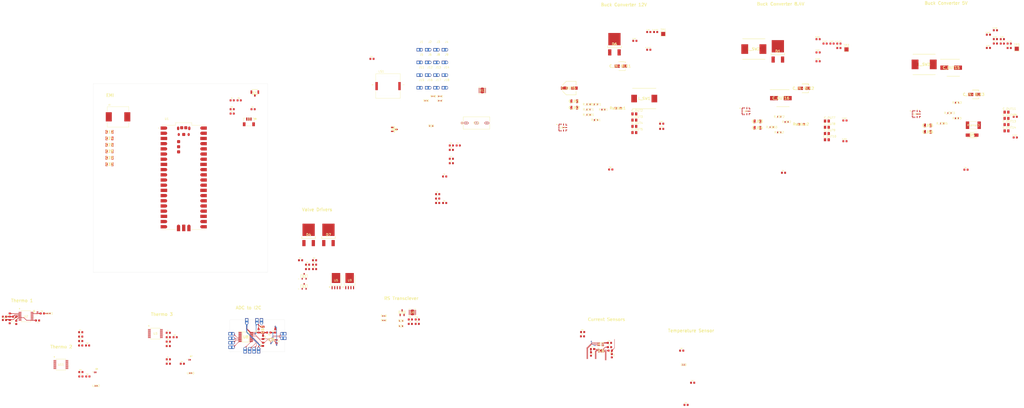
<source format=kicad_pcb>
(kicad_pcb (version 20241229) (generator "pcbnew") (generator_version "9.0")
  (layers (0 "F.Cu" signal) (2 "B.Cu" signal) (13 "F.Paste" user) (15 "B.Paste" user) (5 "F.SilkS" user "F.Silkscreen") (7 "B.SilkS" user "B.Silkscreen") (1 "F.Mask" user) (3 "B.Mask" user) (25 "Edge.Cuts" user))
  (net 0 "")
  (net 1 "Net-(U2-T+)")
  (net 2 "Net-(U2-T-)")
  (net 3 "GND")
  (net 5 "+3.3V")
  (net 6 "Net-(U3-T-)")
  (net 8 "Net-(U3-T+)")
  (net 9 "VBAT")
  (net 11 "Net-(U11-T+)")
  (net 12 "Net-(U11-T-)")
  (net 13 "VDC")
  (net 16 "GNDA")
  (net 18 "+5V")
  (net 20 "Net-(IC8-EN)")
  (net 21 "/Sensor Unit/ADC5 Sense")
  (net 24 "/Sensor Unit/ADC6 Sense")
  (net 25 "/Sensor Unit/ADC7 Sense")
  (net 27 "/Sensor Unit/ADC8 Sense")
  (net 29 "/Sensor Unit/ADC1 Sense")
  (net 31 "/Sensor Unit/ADC2 Sense")
  (net 32 "/Sensor Unit/ADC3 Sense")
  (net 33 "/Sensor Unit/ADC4 Sense")
  (net 34 "/Sensor Unit/Temp_Sense")
  (net 35 "Net-(U1-~{RUN})")
  (net 36 "Net-(U4-BIAS)")
  (net 38 "Net-(U13-BIAS)")
  (net 39 "Net-(U14-SW)")
  (net 40 "Net-(U14-CBOOT)")
  (net 41 "Net-(U4-CBOOT)")
  (net 42 "Net-(U4-SW)")
  (net 43 "Net-(U13-CBOOT)")
  (net 44 "Net-(U13-SW)")
  (net 45 "Net-(C_FF1-Pad1)")
  (net 46 "Net-(U13-FB)")
  (net 47 "VBUS")
  (net 48 "Net-(C_OUT1-Pad1)")
  (net 49 "Net-(C_OUT10-Pad1)")
  (net 50 "Net-(D5-A)")
  (net 51 "/Power Unit/DC.DC1 VCC")
  (net 52 "/Power Unit/DC.DC2 VCC")
  (net 53 "/Power Unit/DC.DC3 VCC")
  (net 54 "/Power Unit/V2 DP")
  (net 55 "+12V")
  (net 56 "/Purge Solenoid Valve")
  (net 57 "/Power Unit/V3 DP")
  (net 58 "/Power Unit/V1 DP")
  (net 59 "/Main Solenoid Valve")
  (net 60 "Net-(IC1-C)")
  (net 61 "Net-(IC1-B)")
  (net 62 "+8.4V")
  (net 63 "/Sensor Unit/8.4V_Sense")
  (net 64 "/Sensor Unit/12V_Sense")
  (net 65 "/Sensor Unit/5V_Sense")
  (net 66 "/Sensor Unit/SCL I2C")
  (net 67 "/Sensor Unit/Data I2C")
  (net 68 "/Sensor Unit/Clock I2C")
  (net 69 "/Sensor Unit/SDA I2C")
  (net 70 "/THERMO1 DP")
  (net 71 "/THERMO1 DN")
  (net 72 "/THERMO2 DP")
  (net 73 "/THERMO2 DN")
  (net 74 "/THERMO3 DP")
  (net 75 "/THERMO3 DN")
  (net 76 "Net-(J7-Pad1)")
  (net 77 "Net-(J7-Pad3)")
  (net 78 "/RS_DN")
  (net 79 "/RS_DP")
  (net 80 "/Servo_OUT1 PWM")
  (net 83 "Net-(LED1-Pad1)")
  (net 84 "Net-(LED2-Pad1)")
  (net 85 "Net-(LED3-Pad1)")
  (net 86 "/Servo_IN1 PWM")
  (net 87 "/Servo_IN2 PWM")
  (net 88 "/Servo_OUT2 PWM")
  (net 89 "/1~{FAULT} THERMO")
  (net 90 "Net-(Q5-Pad2)")
  (net 91 "Net-(Q6-Pad2)")
  (net 92 "/2~{FAULT} THERMO")
  (net 93 "Net-(Q7-Pad2)")
  (net 94 "/3~{FAULT} THERMO")
  (net 95 "/Sensor Unit/Pressure1 Sense")
  (net 96 "/Sensor Unit/Pressure2 Sense")
  (net 97 "/Sensor Unit/LoadCell3 Sense")
  (net 98 "/Sensor Unit/LoadCell2 Sense")
  (net 99 "/Sensor Unit/LoadCell1 Sense")
  (net 100 "/Sensor Unit/Temp Sens")
  (net 101 "/Purge Valve Enable")
  (net 102 "/Power Unit/Buzzer")
  (net 103 "Net-(U1-SWCLK)")
  (net 104 "Net-(U1-SWDIO)")
  (net 105 "/~{RST}")
  (net 106 "/ENABLE_RS")
  (net 107 "Net-(CR2-Pad1)")
  (net 108 "Net-(CR1-Pad1)")
  (net 109 "/READ_RS")
  (net 110 "Net-(CR3-Pad1)")
  (net 111 "Net-(CR4-Pad1)")
  (net 112 "/Solenoid Valve Enable")
  (net 113 "Net-(U14-RBOOT)")
  (net 114 "Net-(U4-RBOOT)")
  (net 115 "Net-(U13-RBOOT)")
  (net 116 "Net-(U14-EN{slash}SYNC)")
  (net 117 "Net-(U4-EN{slash}SYNC)")
  (net 118 "Net-(U13-EN{slash}SYNC)")
  (net 119 "Net-(U14-FB)")
  (net 120 "Net-(U4-FB)")
  (net 121 "Net-(U14-RT)")
  (net 122 "Net-(U4-RT)")
  (net 123 "Net-(U13-RT)")
  (net 124 "Net-(U12-SLR)")
  (net 125 "/1~{DRDY} THERMO")
  (net 126 "/3~{DRDY} THERMO")
  (net 130 "/2~{DRDY} THERMO")
  (net 131 "/MOSI SPI")
  (net 132 "/~{CS} THERMO2 SPI")
  (net 133 "/~{CS} THERMO3 SPI")
  (net 134 "/MISO SPI")
  (net 135 "/SCK SPI")
  (net 137 "/WRITE_RS")
  (net 138 "/~{CS} THERMO1 SPI")
  (net 143 "Net-(U6-SLR)")
  (net 144 "Net-(U4-PGOOD)")
  (net 145 "Net-(U13-PGOOD)")
  (net 146 "Net-(U14-PGOOD)")
  (footprint "STLM20DD9F:UDFN-4L_STM" (layer "F.Cu") (at 356.8114 182.725066)
    (property "Reference" "U10")
    (property "Value" "STLM20DD9F")
  )
  (footprint "Pico_Conn1x1:Pico_01pin" (layer "F.Cu") (at 240.9058 47.225)
    (property "Reference" "J18")
    (property "Value" "Conn_01x01_Socket")
  )
  (footprint "Capacitor-0603:Capacitor_0603" (layer "F.Cu") (at 24.625 159.2 180)
    (property "Reference" "C2")
    (property "Value" "10n")
  )
  (footprint "Capacitor-0603:Capacitor_0603" (layer "F.Cu") (at 172.882397 133.751)
    (property "Reference" "R35")
    (property "Value" "2k")
  )
  (footprint "Capacitor-0603:Capacitor_0603" (layer "F.Cu") (at 346.085 67.33)
    (property "Reference" "C_VCC1")
    (property "Value" "1u")
  )
  (footprint "Capacitor-0603:Capacitor_0603" (layer "F.Cu") (at 432.7533 27.796)
    (property "Reference" "C_IN_HFI4")
    (property "Value" "100n")
  )
  (footprint "Capacitor-0603:Capacitor_0603" (layer "F.Cu") (at 176.303995 133.751)
    (property "Reference" "R58")
    (property "Value" "2k")
  )
  (footprint "Resistor-0805:RES_0805" (layer "F.Cu") (at 414.35 65.05)
    (property "Reference" "Rsense2")
    (property "Value" "2.5m" (hide yes))
  )
  (footprint "Pico_Conn1x1:Pico_01pin" (layer "F.Cu") (at 146.725 174.745192 90)
    (property "Reference" "REF**" (hide yes))
    (property "Value" "Pico_01pin")
  )
  (footprint "Capacitor-0603:Capacitor_0603" (layer "F.Cu") (at 358.011295 202.3308)
    (property "Reference" "R16")
    (property "Value" "180k")
  )
  (footprint "Capacitor-0603:Capacitor_0603" (layer "F.Cu") (at 104.75875 173.564301)
    (property "Reference" "C9")
    (property "Value" "100n")
  )
  (footprint "Capacitor-0603:Capacitor_0603" (layer "F.Cu") (at 61.92095 168.9381)
    (property "Reference" "C12")
    (property "Value" "10n")
  )
  (footprint "Capacitor-0603:Capacitor_0603" (layer "F.Cu") (at 176.303995 135.9114)
    (property "Reference" "R68")
    (property "Value" "10k")
  )
  (footprint "Resistor-0603:RES_0603" (layer "F.Cu") (at 310.2552 55.3497)
    (property "Reference" "R_ENB1")
    (property "Value" "100k")
  )
  (footprint "Capacitor-0603:Capacitor_0603" (layer "F.Cu") (at 108.12095 169.227501)
    (property "Reference" "C32")
    (property "Value" "10n")
  )
  (footprint "Capacitor-0603:Capacitor_0603" (layer "F.Cu") (at 422.582397 34.2572)
    (property "Reference" "R_ENB2")
    (property "Value" "63k4")
  )
  (footprint "SchottkyDiode-RB095BGE:RD3P175SNFRATL" (layer "F.Cu") (at 183.1 118.95)
    (property "Reference" "D7")
    (property "Value" "RB095BGE-30TL" (hide yes))
  )
  (footprint "Capacitor-0603:Capacitor_0603" (layer "F.Cu") (at 27.2 158.375 90)
    (property "Reference" "R2")
    (property "Value" "100")
  )
  (footprint "Capacitor-0603:Capacitor_0603" (layer "F.Cu") (at 321.7 178.3 -90)
    (property "Reference" "C45")
    (property "Value" "10n")
  )
  (footprint "Resistor-0603:RES_0603" (layer "F.Cu") (at 486.8406 59.5985)
    (property "Reference" "R_FBT3")
    (property "Value" "100K")
  )
  (footprint "Capacitor-0603:Capacitor_0603" (layer "F.Cu") (at 516.0533 25.6144)
    (property "Reference" "C_IN_HFI5")
    (property "Value" "100n")
  )
  (footprint "Capacitor-0805:Capacitor_0805" (layer "F.Cu") (at 332.7 60)
    (property "Reference" "C_OUT2")
    (property "Value" "10u")
  )
  (footprint "Capacitor-0603:Capacitor_0603" (layer "F.Cu") (at 494.925 87.3)
    (property "Reference" "R31")
    (property "Value" "150")
  )
  (footprint "Pico_Conn1x1:Pico_01pin" (layer "F.Cu") (at 160.1248 167.545392 180)
    (property "Reference" "REF**" (hide yes))
    (property "Value" "Pico_01pin")
  )
  (footprint "Pico_Conn1x1:Pico_01pin" (layer "F.Cu") (at 232.7054 47.225)
    (property "Reference" "J16")
    (property "Value" "Conn_01x01_Socket")
  )
  (footprint "Capacitor-1206:Capacitor_1206" (layer "F.Cu") (at 303.28 53.81)
    (property "Reference" "C_IN1")
    (property "Value" "4.7u" (hide yes))
  )
  (footprint "Capacitor-0603:Capacitor_0603" (layer "F.Cu") (at 519.01 71.54)
    (property "Reference" "C_VCC3")
    (property "Value" "1u")
  )
  (footprint "Capacitor-0603:Capacitor_0603" (layer "F.Cu") (at 111.631645 182.202701)
    (property "Reference" "R34")
    (property "Value" "100")
  )
  (footprint "Pico_Conn1x1:Pico_01pin" (layer "F.Cu") (at 136.5751 174.145392)
    (property "Reference" "REF**" (hide yes))
    (property "Value" "Pico_01pin")
  )
  (footprint "Pico_Conn1x1:Pico_01pin" (layer "F.Cu") (at 148.125 162.345592 -90)
    (property "Reference" "REF**" (hide yes))
    (property "Value" "Pico_01pin")
  )
  (footprint "Resistor-0603:RES_0603" (layer "F.Cu") (at 483.1802 64.6973)
    (property "Reference" "R_FBB5")
    (property "Value" "22k1")
  )
  (footprint "Resistor-0603:RES_0603" (layer "F.Cu") (at 490.501 54.4997)
    (property "Reference" "R_PG3")
    (property "Value" "100K")
  )
  (footprint "Capacitor-0603:Capacitor_0603" (layer "F.Cu") (at 40.825 161.0381 180)
    (property "Reference" "C3")
    (property "Value" "100n")
  )
  (footprint "Capacitor-0805:Capacitor_0805" (layer "F.Cu") (at 426.875 69.6)
    (property "Reference" "C_OUT9")
    (property "Value" "47u")
  )
  (footprint "LED-Red_VLMS1500-GS08:LED_00-GS08_VIS_RED" (layer "F.Cu") (at 115.67915 186.812301)
    (property "Reference" "LED3")
    (property "Value" "VLMS1500-GS08")
  )
  (footprint "Capacitor-0603:Capacitor_0603" (layer "F.Cu") (at 61.92095 171.1065)
    (property "Reference" "C13")
    (property "Value" "100n")
  )
  (footprint "TestPoint:TestPoint_Pad_2.0x2.0mm" (layer "F.Cu") (at 519.755 28.15)
    (property "Reference" "TP3")
    (property "Value" "TestPoint")
  )
  (footprint "Pico_Conn1x1:Pico_01pin" (layer "F.Cu") (at 150.325 162.345592 -90)
    (property "Reference" "REF**" (hide yes))
    (property "Value" "Pico_01pin")
  )
  (footprint "Capacitor-0603:Capacitor_0603" (layer "F.Cu") (at 519.01 61.42)
    (property "Reference" "C_BIAS2")
    (property "Value" "1u")
  )
  (footprint "LED-Red_VLMS1500-GS08:LED_00-GS08_VIS_RED" (layer "F.Cu") (at 69.47915 193.0281)
    (property "Reference" "LED2")
    (property "Value" "VLMS1500-GS08")
  )
  (footprint "Capacitor-0603:Capacitor_0603" (layer "F.Cu") (at 361.225 191.5)
    (property "Reference" "C49")
    (property "Value" "100n")
  )
  (footprint "Capacitor-0603:Capacitor_0603" (layer "F.Cu") (at 136.010799 53.3802)
    (property "Reference" "R3")
    (property "Value" "1k")
  )
  (footprint "Capacitor-0603:Capacitor_0603" (layer "F.Cu") (at 148.925 166.170392 90)
    (property "Reference" "C50")
    (property "Value" "1u")
  )
  (footprint "PCA9306GM,125:PCA9570GMH" (layer "F.Cu") (at 154.925 170.445392 180)
    (property "Reference" "IC8")
    (property "Value" "PCA9306GM,125" (hide yes))
  )
  (footprint "Capacitor-0603:Capacitor_0603" (layer "F.Cu") (at 65.28315 173.2749)
    (property "Reference" "C39")
    (property "Value" "10n")
  )
  (footprint "BJT NPN:SOT96P237X111-3N" (layer "F.Cu") (at 215.35 67.6)
    (property "Reference" "IC1")
    (property "Value" "BC846BLT1G" (hide yes))
  )
  (footprint "Capacitor-0603:Capacitor_0603" (layer "F.Cu") (at 226.538599 162.710999)
    (property "Reference" "R19")
    (property "Value" "10k")
  )
  (footprint "Resistor-0603:RES_0603" (layer "F.Cu") (at 310.2552 57.8991)
    (property "Reference" "R_ENT1")
    (property "Value" "931k")
  )
  (footprint "Capacitor-0603:Capacitor_0603" (layer "F.Cu") (at 204.385799 33.0864)
    (property "Reference" "R42")
    (property "Value" "65")
  )
  (footprint "Capacitor-0603:Capacitor_0603" (layer "F.Cu") (at 243.2105 81.9528)
    (property "Reference" "C41")
    (property "Value" "100n")
  )
  (footprint "Capacitor-0603:Capacitor_0603" (layer "F.Cu") (at 405.675 88.8)
    (property "Reference" "R54")
    (property "Value" "320")
  )
  (footprint "Capacitor-0603:Capacitor_0603" (layer "F.Cu") (at 343.1283 19.9592)
    (property "Reference" "C_IN_HFI2")
    (property "Value" "100n")
  )
  (footprint "Resistor-0402:RES_0402" (layer "F.Cu") (at 234.258995 51.4052)
    (property "Reference" "R48")
    (property "Value" "10k")
  )
  (footprint "Capacitor-0603:Capacitor_0603" (layer "F.Cu") (at 223.1489 160.554599)
    (property "Reference" "C16")
    (property "Value" "100n")
  )
  (footprint "Capacitor-0603:Capacitor_0603" (layer "F.Cu") (at 157.125 166.170392 90)
    (property "Reference" "C35")
    (property "Value" "100n")
  )
  (footprint "Capacitor-0603:Capacitor_0603" (layer "F.Cu") (at 307.35 168.8)
    (property "Reference" "R14")
    (property "Value" "3.9k")
  )
  (footprint "Resistor-2512:RES_WSLP2512" (layer "F.Cu") (at 498.5132 65.5467)
    (property "Reference" "Rsense3")
    (property "Value" "20m")
  )
  (footprint "Capacitor-0603:Capacitor_0603" (layer "F.Cu") (at 339.7661 28.6328)
    (property "Reference" "C_IN_HFI1")
    (property "Value" "100n")
  )
  (footprint "Capacitor-0603:Capacitor_0603" (layer "F.Cu") (at 246.5727 75.4476)
    (property "Reference" "C47")
    (property "Value" "100n")
  )
  (footprint "Capacitor-8mm:Capacitor_8mm" (layer "F.Cu") (at 404.375 52.3)
    (property "Reference" "C_OUT16")
    (property "Value" "100u" (hide yes))
  )
  (footprint "Capacitor-1206:Capacitor_1206" (layer "F.Cu") (at 76 68.8)
    (property "Reference" "C10")
    (property "Value" "2.2u" (hide yes))
  )
  (footprint "TestPoint:TestPoint_Pad_2.0x2.0mm" (layer "F.Cu") (at 346.83 20.9)
    (property "Reference" "TP1")
    (property "Value" "TestPoint")
  )
  (footprint "Capacitor-8mm:Capacitor_8mm" (layer "F.Cu") (at 487.675 37.4)
    (property "Reference" "C_OUT15")
    (property "Value" "560u" (hide yes))
  )
  (footprint "Resistor-0603:RES_0603" (layer "F.Cu") (at 407.201 63.9485)
    (property "Reference" "R_RT2")
    (property "Value" "33k2")
  )
  (footprint "Capacitor-1206:Capacitor_1206" (layer "F.Cu") (at 76 84.65)
    (property "Reference" "C30")
    (property "Value" "470n" (hide yes))
  )
  (footprint "SQJA36EP-T1-GE3:PowerPAK_SO-8L_3_VIS" (layer "F.Cu") (at 186.8 141.4)
    (property "Reference" "U5")
    (property "Value" "SQJA36EP-T1_GE3")
  )
  (footprint "Capacitor-0603:Capacitor_0603" (layer "F.Cu") (at 27.2 161.625 -90)
    (property "Reference" "R1")
    (property "Value" "100")
  )
  (footprint "Capacitor-1206:Capacitor_1206" (layer "F.Cu") (at 476.205 68.81)
    (property "Reference" "C_IN6")
    (property "Value" "4.7u" (hide yes))
  )
  (footprint "Resistor-0603:RES_0603" (layer "F.Cu") (at 313.9156 55.3497)
    (property "Reference" "R_FBT1")
    (property "Value" "100K")
  )
  (footprint "Pico_Conn1x1:Pico_01pin" (layer "F.Cu") (at 232.7054 28.625)
    (property "Reference" "J2")
    (property "Value" "Conn_01x01_Socket")
  )
  (footprint "Pico_Conn1x1:Pico_01pin" (layer "F.Cu") (at 232.7054 41.025)
    (property "Reference" "J12")
    (property "Value" "Conn_01x01_Socket")
  )
  (footprint "Capacitor-0603:Capacitor_0603" (layer "F.Cu") (at 157.725 171.345392 -90)
    (property "Reference" "C51")
    (property "Value" "100n")
  )
  (footprint "Capacitor-0805:Capacitor_0805" (layer "F.Cu") (at 514.725 62.2)
    (property "Reference" "C_OUT12")
    (property "Value" "22u")
  )
  (footprint "Pico_Conn1x1:Pico_01pin" (layer "F.Cu") (at 236.8056 47.225)
    (property "Reference" "J17")
    (property "Value" "Conn_01x01_Socket")
  )
  (footprint "Resistor-0603:RES_0603" (layer "F.Cu") (at 403.5406 69.0473)
    (property "Reference" "R_PG2")
    (property "Value" "100K")
  )
  (footprint "Resistor-0402:RES_0402" (layer "F.Cu") (at 230.837397 53.5656)
    (property "Reference" "R30")
    (property "Value" "10k")
  )
  (footprint "Capacitor-0603:Capacitor_0603" (layer "F.Cu") (at 509.303995 23.426)
    (property "Reference" "R_ENT3")
    (property "Value" "422k")
  )
  (footprint "Pico_Conn1x1:Pico_01pin" (layer "F.Cu") (at 143.125 162.345392 -90)
    (property "Reference" "REF**" (hide yes))
    (property "Value" "Pico_01pin")
  )
  (footprint "Capacitor-0603:Capacitor_0603" (layer "F.Cu") (at 136.010799 59.8614)
    (property "Reference" "R24")
    (property "Value" "100")
  )
  (footprint "Capacitor-1206:Capacitor_1206" (layer "F.Cu") (at 76 78.31)
    (property "Reference" "C28")
    (property "Value" "2.2u" (hide yes))
  )
  (footprint "SWD_Con:CONN_BM03B-SRSS-TBLFSN_JST" (layer "F.Cu") (at 144.1827 63.9733)
    (property "Reference" "J7")
    (property "Value" "BM03B-SRSS-TBLFSN")
  )
  (footprint "Capacitor-0603:Capacitor_0603" (layer "F.Cu") (at 30.4 162 90)
    (property "Reference" "C4")
    (property "Value" "100n")
  )
  (footprint "Capacitor-0603:Capacitor_0603" (layer "F.Cu") (at 422.582397 29.9364)
    (property "Reference" "R_BT2")
    (property "Value" "50")
  )
  (footprint "SQJA36EP-T1-GE3:PowerPAK_SO-8L_3_VIS" (layer "F.Cu") (at 193.4642 141.4)
    (property "Reference" "U9")
    (property "Value" "SQJA36EP-T1_GE3")
  )
  (footprint "Capacitor-0603:Capacitor_0603" (layer "F.Cu") (at 139.432397 53.3802)
    (property "Reference" "R25")
    (property "Value" "1k")
  )
  (footprint "NMOS_2N7002:PG-SOT23-3-5_INF_MIN" (layer "F.Cu") (at 171.2218 144.3574)
    (property "Reference" "Q3")
    (property "Value" "2N7002H6327XTSA2")
  )
  (footprint "Resistor-0402:RES_0402" (layer "F.Cu") (at 210.152799 158.8396)
    (property "Reference" "R18")
    (property "Value" "1k")
  )
  (footprint "Capacitor-0603:Capacitor_0603" (layer "F.Cu") (at 223.1489 162.722999)
    (property "Reference" "C20")
    (property "Value" "100n")
  )
  (footprint "Pico_Conn1x1:Pico_01pin" (layer "F.Cu") (at 228.6052 34.825)
    (property "Reference" "J5")
    (property "Value" "Conn_01x01_Socket")
  )
  (footprint "Capacitor-0603:Capacitor_0603" (layer "F.Cu") (at 62.010047 188.4265)
    (property "Reference" "R11")
    (property "Value" "100")
  )
  (footprint "INA181A4QDCKRQ1:SOT65P210X110-6N" (layer "F.Cu") (at 316.35 172.65 180)
    (property "Reference" "IC7")
    (property "Value" "INA181A4QDCKRQ1" (hide yes))
  )
  (footprint "Capacitor-1206:Capacitor_1206" (layer "F.Cu") (at 303.28 56.98)
    (property "Reference" "C_IN2")
    (property "Value" "4.7u" (hide yes))
  )
  (footprint "Capacitor-0603:Capacitor_0603" (layer "F.Cu") (at 151.125 172.720392 90)
    (property "Reference" "R61")
    (property "Value" "1k")
  )
  (footprint "Capacitor-0603:Capacitor_0603" (layer "F.Cu") (at 516.0533 27.7828)
    (property "Reference" "C_IN_HFI6")
    (property "Value" "100n")
  )
  (footprint "Capacitor-0603:Capacitor_0603" (layer "F.Cu") (at 146.2411 57.721)
    (property "Reference" "CV1")
    (property "Value" "1uF")
  )
  (footprint "Pico_Conn1x1:Pico_01pin" (layer "F.Cu") (at 240.9058 34.825)
    (property "Reference" "J9")
    (property "Value" "Conn_01x01_Socket")
  )
  (footprint "Capacitor-0603:Capacitor_0603" (layer "F.Cu") (at 320.6 174.1)
    (property "Reference" "C33")
    (property "Value" "100n")
  )
  (footprint "Capacitor-1206:Capacitor_1206" (layer "F.Cu") (at 392.905 63.65)
    (property "Reference" "C_IN3")
    (property "Value" "4.7u" (hide yes))
  )
  (footprint "Pico_Conn1x1:Pico_01pin" (layer "F.Cu") (at 136.5751 169.745392)
    (property "Reference" "REF**" (hide yes))
    (property "Value" "Pico_01pin")
  )
  (footprint "Resistor-0603:RES_0603" (layer "F.Cu") (at 218.598 161.245099)
    (property "Reference" "R20")
    (property "Value" "0")
  )
  (footprint "PNP_BC857CMB_315:TRANS_PMZB550UNEYL" (layer "F.Cu") (at 40.8 157.25 90)
    (property "Reference" "Q5")
    (property "Value" "BC857CMB_315")
  )
  (footprint "Capacitor-0805:Capacitor_0805" (layer "F.Cu") (at 514.725 68.3)
    (property "Reference" "C_OUT14")
    (property "Value" "22u")
  )
  (footprint "Inductor-11.5x10:Inductor_11.5x10" (layer "F.Cu") (at 337.55 52.5)
    (property "Reference" "L_SW1")
    (property "Value" "10u" (hide yes))
  )
  (footprint "SchottkyDiode-RB095BGE:RD3P175SNFRATL" (layer "F.Cu") (at 322.975 25.675)
    (property "Reference" "D6")
    (property "Value" "RB095BGE" (hide yes))
  )
  (footprint "Capacitor-0603:Capacitor_0603" (layer "F.Cu") (at 236.515799 99.2568)
    (property "Reference" "R6")
    (property "Value" "1.5k")
  )
  (footprint "Capacitor-0603:Capacitor_0603" (layer "F.Cu") (at 172.882397 135.9114)
    (property "Reference" "R43")
    (property "Value" "2k")
  )
  (footprint "Capacitor-4mm:Capacitor_4mm" (layer "F.Cu") (at 415.725 47.5)
    (property "Reference" "C_IN-BLK2")
    (property "Value" "10u" (hide yes))
  )
  (footprint "LED-Red_VLMS1500-GS08:LED_00-GS08_VIS_RED" (layer "F.Cu") (at 46.3047 157.6)
    (property "Reference" "LED1")
    (property "Value" "VLMS1500-GS08")
  )
  (footprint "Capacitor-0603:Capacitor_0603" (layer "F.Cu") (at 236.515799 101.4172)
    (property "Reference" "R7")
    (property "Value" "1.5k")
  )
  (footprint "Capacitor-0603:Capacitor_0603" (layer "F.Cu") (at 320.575 172)
    (property "Reference" "C36")
    (property "Value" "100n")
  )
  (footprint "Pico_Conn1x1:Pico_01pin" (layer "F.Cu") (at 240.9058 41.025)
    (property "Reference" "J14")
    (property "Value" "Conn_01x01_Socket")
  )
  (footprint "TestPoint:TestPoint_Pad_2.0x2.0mm" (layer "F.Cu") (at 436.455 28.45)
    (property "Reference" "TP2")
    (property "Value" "TestPoint")
  )
  (footprint "Capacitor-0603:Capacitor_0603" (layer "F.Cu") (at 61.92095 173.2749)
    (property "Reference" "C14")
    (property "Value" "100n")
  )
  (footprint "Capacitor-0603:Capacitor_0603" (layer "F.Cu") (at 61.92095 166.7697)
    (property "Reference" "C11")
    (property "Value" "100n")
  )
  (footprint "Capacitor-0603:Capacitor_0603" (layer "F.Cu") (at 355.875 175.8)
    (property "Reference" "C48")
    (property "Value" "100nF")
  )
  (footprint "MAX11616EEE+T:SOP64P602X175-16N" (layer "F.Cu") (at 142.6 169.123392)
    (property "Reference" "U8")
    (property "Value" "max11614eee+" (hide yes))
  )
  (footprint "Pico_Conn1x1:Pico_01pin" (layer "F.Cu") (at 160.1248 169.745392 180)
    (property "Reference" "REF**" (hide yes))
    (property "Value" "Pico_01pin")
  )
  (footprint "Thermocouple:21-0066J_14_MXM" (layer "F.Cu") (at 35.2 159)
    (property "Reference" "U2")
    (property "Value" "MAX31856MUD+T")
  )
  (footprint "Pico_Conn1x1:Pico_01pin" (layer "F.Cu") (at 232.7054 34.825)
    (property "Reference" "J6")
    (property "Value" "Conn_01x01_Socket")
  )
  (footprint "E-Switch_Small:TL1017AABF160QG" (layer "F.Cu") (at 147.1 49.35)
    (property "Reference" "S1")
    (property "Value" "TL1017AABF160QG" (hide yes))
  )
  (footprint "Capacitor-0805:Capacitor_0805" (layer "F.Cu") (at 332.7 66.1)
    (property "Reference" "C_OUT4")
    (property "Value" "10u")
  )
  (footprint "Capacitor-0603:Capacitor_0603" (layer "F.Cu") (at 104.75875 169.227501)
    (property "Reference" "C6")
    (property "Value" "10n")
  )
  (footprint "SchottkyDiode-RB095BGE:RD3P175SNFRATL" (layer "F.Cu") (at 173.4 118.95)
    (property "Reference" "D4")
    (property "Value" "RB095BGE-30TL" (hide yes))
  )
  (footprint "Capacitor-0603:Capacitor_0603" (layer "F.Cu") (at 104.75875 171.395901)
    (property "Reference" "C8")
    (property "Value" "100n")
  )
  (footprint "Capacitor-1206:Capacitor_1206" (layer "F.Cu") (at 150.925 165.545392 90)
    (property "Reference" "C67")
    (property "Value" "4.7u" (hide yes))
  )
  (footprint "Capacitor-1206:Capacitor_1206" (layer "F.Cu") (at 476.205 65.64)
    (property "Reference" "C_IN5")
    (property "Value" "4.7u" (hide yes))
  )
  (footprint "PKLCS1212E20A0-R1:PKLCS1212E20A0-R1" (layer "F.Cu") (at 212.25 46.4)
    (property "Reference" "LS1")
    (property "Value" "PKLCS1212E20A0-R1")
  )
  (footprint "PNP_BC857CMB_315:TRANS_PMZB550UNEYL" (layer "F.Cu") (at 68.98765 186.4005)
    (property "Reference" "Q6")
    (property "Value" "BC857CMB_315")
  )
  (footprint "Capacitor-0603:Capacitor_0603" (layer "F.Cu") (at 429.3911 25.6276)
    (property "Reference" "C_BT2")
    (property "Value" "100n")
  )
  (footprint "Pico_Conn1x1:Pico_01pin" (layer "F.Cu") (at 136.5751 167.545392)
    (property "Reference" "REF**" (hide yes))
    (property "Value" "Pico_01pin")
  )
  (footprint "Capacitor-1206:Capacitor_1206" (layer "F.Cu") (at 76 81.48)
    (property "Reference" "C29")
    (property "Value" "470n" (hide yes))
  )
  (footprint "Capacitor-0603:Capacitor_0603" (layer "F.Cu") (at 24.625 160.8)
    (property "Reference" "C31")
    (property "Value" "10n")
  )
  (footprint "Capacitor-0603:Capacitor_0603" (layer "F.Cu") (at 312.225 175)
    (property "Reference" "R12")
    (property "Value" "3.9k")
  )
  (footprint "Capacitor-0603:Capacitor_0603" (layer "F.Cu") (at 29.625 159.2 180)
    (property "Reference" "C1")
    (property "Value" "100n")
  )
  (footprint "Capacitor-1206:Capacitor_1206" (layer "F.Cu") (at 392.905 66.82)
    (property "Reference" "C_IN4")
    (property "Value" "4.7u" (hide yes))
  )
  (footprint "Resistor-0603:RES_0603" (layer "F.Cu") (at 399.8802 66.4979)
    (property "Reference" "R_FBB3")
    (property "Value" "12k7")
  )
  (footprint "Capacitor-0402:Capacitor_0402" (layer "F.Cu") (at 237.6461 53.5776)
    (property "Reference" "C42")
    (property "Value" "100n")
  )
  (footprint "Thermocouple:21-0066J_14_MXM" (layer "F.Cu") (at 52.24005 182.6)
    (property "Reference" "U11")
    (property "Value" "MAX31856MUD+T")
  )
  (footprint "THVD2410VDRCR:VSON10_DRC_TEX" (layer "F.Cu") (at 258.3394 48.5546)
    (property "Reference" "U12")
    (property "Value" "THVD2410VDRCR")
  )
  (footprint "Resistor-0603:RES_0603" (layer "F.Cu") (at 403.5406 61.3991)
    (property "Reference" "R_FBT2")
    (property "Value" "100K")
  )
  (footprint "PNP_BC857CMB_315:TRANS_PMZB550UNEYL" (layer "F.Cu") (at 115.18765 180.266301)
    (property "Reference" "Q7")
    (property "Value" "BC857CMB_315")
  )
  (footprint "Capacitor-0603:Capacitor_0603" (layer "F.Cu") (at 509.303995 25.5864)
    (property "Reference" "R_FF1")
    (property "Value" "1k")
  )
  (footprint "Pico_Conn1x1:Pico_01pin" (layer "F.Cu") (at 236.8056 41.025)
    (property "Reference" "J13")
    (property "Value" "Conn_01x01_Socket")
  )
  (footprint "Capacitor-0603:Capacitor_0603" (layer "F.Cu") (at 339.7661 19.9592)
    (property "Reference" "C_BT1")
    (property "Value" "100n")
  )
  (footprint "Resistor-0603:RES_0603" (layer "F.Cu") (at 313.9156 62.9979)
    (property "Reference" "R_PG1")
    (property "Value" "100K")
  )
  (footprint "DCDC_LM61460:VQFN-HR14_RJR_TEX" (layer "F.Cu") (at 297.660799 66.687395)
    (property "Reference" "U14")
    (property "Value" "LM61460AASQRJRRQ1")
  )
  (footprint "Capacitor-1206:Capacitor_1206" (layer "F.Cu") (at 76 75.14)
    (property "Reference" "C25")
    (property "Value" "2.2u" (hide yes))
  )
  (footprint "Capacitor-0603:Capacitor_0603" (layer "F.Cu") (at 176.303995 131.5906)
    (property "Reference" "R57")
    (property "Value" "2k")
  )
  (footprint "Capacitor-0603:Capacitor_0603" (layer "F.Cu") (at 151.125 169.345392 -90)
    (property "Reference" "R62")
    (property "Value" "1k")
  )
  (footprint "Resistor-0603:RES_0603" (layer "F.Cu") (at 310.2552 60.4485)
    (property "Reference" "R_FBB1")
    (property "Value" "8k66")
  )
  (footprint "Capacitor-0603:Capacitor_0603" (layer "F.Cu") (at 153.925 166.945392 180)
    (property "Reference" "R60")
    (property "Value" "200k")
  )
  (footprint "Capacitor-0805:Capacitor_0805" (layer "F.Cu") (at 514.725 59.15)
    (property "Reference" "C_OUT11")
    (property "Value" "22u")
  )
  (footprint "Capacitor-0603:Capacitor_0603" (layer "F.Cu") (at 509.303995 19.1052)
    (property "Reference" "R_ENB3")
    (property "Value" "45k3")
  )
  (footprint "Switch D2F-01:D2F-01-D_OMR" (layer "F.Cu") (at 250.442 64.46)
    (property "Reference" "SW1")
    (property "Value" "D2F-01-D")
    (fp_line (start -0.5969 0) (end 0.5969 0) (stroke (width 0.6604)) (layer "Edge.Cuts"))
    (fp_line (start 4.4831 0) (end 5.6769 0) (stroke (width 0.6604)) (layer "Edge.Cuts"))
    (fp_line (start 9.5631 0) (end 10.7569 0) (stroke (width 0.6604)) (layer "Edge.Cuts"))
  )
  (footprint "Pico_Conn1x1:Pico_01pin" (layer "F.Cu") (at 228.6052 28.625)
    (property "Reference" "J1")
    (property "Value" "Conn_01x01_Socket")
  )
  (footprint "SchottkyDiode-RB095BGE:RD3P175SNFRATL" (layer "F.Cu") (at 402.9 29.175)
    (property "Reference" "D1")
    (property "Value" "RB095BGE" (hide yes))
  )
  (footprint "DCDC_LM61460:VQFN-HR14_RJR_TEX" (layer "F.Cu") (at 387.285799 58.688599)
    (property "Reference" "U4")
    (property "Value" "LM61460AASQRJRRQ1")
  )
  (footprint "Thermocouple:21-0066J_14_MXM" (layer "F.Cu") (at 98.44005 167.450001)
    (property "Reference" "U3")
    (property "Value" "MAX31856MUD+T")
  )
  (footprint "Capacitor-0805:Capacitor_0805" (layer "F.Cu") (at 426.875 63.5)
    (property "Reference" "C_OUT7")
    (property "Value" "22u")
  )
  (footprint "Capacitor-0603:Capacitor_0603" (layer "F.Cu") (at 239.937397 90.6152)
    (property "Reference" "R9")
    (property "Value" "1.5k")
  )
  (footprint "Pico_Conn1x1:Pico_01pin" (layer "F.Cu") (at 228.6052 41.025)
    (property "Reference" "J11")
    (property "Value" "Conn_01x01_Socket")
  )
  (footprint "Resistor-0603:RES_0603" (layer "F.Cu") (at 233.3352 65.8997)
    (property "Reference" "R55")
    (property "Value" "120")
  )
  (footprint "Capacitor-0603:Capacitor_0603" (layer "F.Cu") (at 311.5 177.475 -90)
    (property "Reference" "C44")
    (property "Value" "10n")
  )
  (footprint "Capacitor-0805:Capacitor_0805" (layer "F.Cu") (at 332.7 69.15)
    (property "Reference" "C_OUT5")
    (property "Value" "10u")
  )
  (footprint "Capacitor-0805:Capacitor_0805" (layer "F.Cu") (at 426.875 66.55)
    (property "Reference" "C_OUT8")
    (property "Value" "22u")
  )
  (footprint "Capacitor-0603:Capacitor_0603" (layer "F.Cu") (at 320.9 175.8 180)
    (property "Reference" "R13")
    (property "Value" "3.9k")
  )
  (footprint "Capacitor-0603:Capacitor_0603" (layer "F.Cu") (at 236.515799 103.5776)
    (property "Reference" "R8")
    (property "Value" "1.5k")
  )
  (footprint "SC0915 (RP2040):MODULE_SC0915" (layer "F.Cu") (at 112.31 91.07)
    (property "Reference" "U1")
    (property "Value" "SC0915")
  )
  (footprint "Capacitor-0603:Capacitor_0603" (layer "F.Cu") (at 43.152799 157.6)
    (property "Reference" "R29")
    (property "Value" "100")
  )
  (footprint "Capacitor-0805:Capacitor_0805" (layer "F.Cu") (at 514.725 65.25)
    (property "Reference" "C_OUT13")
    (property "Value" "22u")
  )
  (footprint "Capacitor-0805:Capacitor_0805" (layer "F.Cu") (at 426.875 72.65)
    (property "Reference" "C_OUT10")
    (property "Value" "47u")
  )
  (footprint "Inductor-10.1x10:Inductor_10.1x10" (layer "F.Cu") (at 474.45 35.8)
    (property "Reference" "L_SW3")
    (property "Value" "15u" (hide yes))
  )
  (footprint "Pico_Conn1x1:Pico_01pin" (layer "F.Cu") (at 236.8056 28.625)
    (property "Reference" "J3")
    (property "Value" "Conn_01x01_Socket")
  )
  (footprint "Capacitor-0603:Capacitor_0603" (layer "F.Cu") (at 512.6911 23.446)
    (property "Reference" "C_BT3")
    (property "Value" "100n")
  )
  (footprint "Resistor-0603:RES_0603" (layer "F.Cu") (at 490.501 62.1479)
    (property "Reference" "R_RT3")
    (property "Value" "33k2")
  )
  (footprint "Capacitor-0603:Capacitor_0603" (layer "F.Cu") (at 239.937397 103.5776)
    (property "Reference" "R15")
    (property "Value" "1.5k")
  )
  (footprint "NMOS_2N7002:PG-SOT23-3-5_INF_MIN" (layer "F.Cu") (at 171.2218 139.4458)
    (property "Reference" "Q2")
    (property "Value" "2N7002H6327XTSA2")
  )
  (footprint "Capacitor-0805:Capacitor_0805" (layer "F.Cu") (at 332.7 63.05)
    (property "Reference" "C_OUT3")
    (property "Value" "10u")
  )
  (footprint "Capacitor-0603:Capacitor_0603" (layer "F.Cu") (at 104.788449 180.042301)
    (property "Reference" "R4")
    (property "Value" "100")
  )
  (footprint "Capacitor-0603:Capacitor_0603" (layer "F.Cu") (at 65.431645 188.4265)
    (property "Reference" "R32")
    (property "Value" "100")
  )
  (footprint "Capacitor-0603:Capacitor_0603" (layer "F.Cu") (at 307.425 166.7)
    (property "Reference" "C46")
    (property "Value" "10n")
  )
  (footprint "Capacitor-4mm:Capacitor_4mm" (layer "F.Cu") (at 499.025 50.5)
    (property "Reference" "C_IN-BLK3")
    (property "Value" "10u" (hide yes))
  )
  (footprint "Pico_Conn1x1:Pico_01pin" (layer "F.Cu") (at 148.925 174.745192 90)
    (property "Reference" "REF**" (hide yes))
    (property "Value" "Pico_01pin")
  )
  (footprint "Pico_Conn1x1:Pico_01pin" (layer "F.Cu") (at 236.8056 34.825)
    (property "Reference" "J8")
    (property "Value" "Conn_01x01_Socket")
  )
  (footprint "Capacitor-0603:Capacitor_0603" (layer "F.Cu") (at 243.2105 84.1212)
    (property "Reference" "C43")
    (property "Value" "100n")
  )
  (footprint "Capacitor-0603:Capacitor_0603" (layer "F.Cu") (at 136.010799 57.701)
    (property "Reference" "R23")
    (property "Value" "100")
  )
  (footprint "Capacitor-0603:Capacitor_0603" (layer "F.Cu") (at 62.010047 186.2661)
    (property "Reference" "R10")
    (property "Value" "100")
  )
  (footprint "Inductor-2.2uH_SPM10065VT:IND_SPM10065VT-2R2M-D" (layer "F.Cu") (at 80.19 61.44)
    (property "Reference" "L1")
    (property "Value" "2.2u")
  )
  (footprint "Capacitor-0603:Capacitor_0603" (layer "F.Cu") (at 432.7533 25.6276)
    (property "Reference" "C_IN_HFI3")
    (property "Value" "100n")
  )
  (footprint "Capacitor-0603:Capacitor_0603" (layer "F.Cu") (at 435.71 63.24)
    (property "Reference" "C_BIAS1")
    (property "Value" "1u")
  )
  (footprint "Capacitor-0603:Capacitor_0603" (layer "F.Cu") (at 104.75875 167.059101)
    (property "Reference" "C5")
    (property "Value" "100n")
  )
  (footprint "Pico_Conn1x1:Pico_01pin" (layer "F.Cu") (at 228.6052 47.225)
    (property "Reference" "J15")
    (property "Value" "Conn_01x01_Socket")
  )
  (footprint "Inductor-10.1x10:Inductor_10.1x10" (layer "F.Cu") (at 391.15 28.3)
    (property "Reference" "L_SW2")
    (property "Value" "15u" (hide yes))
  )
  (footprint "Pico_Conn1x1:Pico_01pin" (layer "F.Cu") (at 136.5751 171.945392)
    (property "Reference" "REF**" (hide yes))
    (property "Value" "Pico_01pin")
  )
  (footprint "INA2181A4IDSQR:SON40P200X200X80-11N" (layer "F.Cu") (at 316.375 175.85)
    (property "Reference" "IC6")
    (property "Value" "INA2181A4IDSQR" (hide yes))
  )
  (footprint "Capacitor-0603:Capacitor_0603" (layer "F.Cu") (at 226.538599 160.550599)
    (property "Reference" "R18")
    (property "Value" "10k")
  )
  (footprint "Resistor-0603:RES_0603" (layer "F.Cu") (at 218.598 163.794499)
    (property "Reference" "R21")
    (property "Value" "0")
  )
  (footprint "2Channel ESD RS485 - P712-02HTG:SOT23-3_LTF" (layer "F.Cu") (at 219.122 157.226999)
    (property "Reference" "CR5")
    (property "Value" "SP712-02HTG")
  )
  (footprint "Capacitor-0603:Capacitor_0603" (layer "F.Cu") (at 169.460799 131.5906)
    (property "Reference" "R17")
    (property "Value" "10k")
  )
  (footprint "Diode-Schottky_RSX301L:DIOM5026X220N" (layer "F.Cu") (at 497.9 70.39)
    (property "Reference" "D5")
    (property "Value" "RSX301L" (hide yes))
  )
  (footprint "Capacitor-0603:Capacitor_0603" (layer "F.Cu") (at 435.71 73.36)
    (property "Reference" "C_VCC2")
    (property "Value" "1u")
  )
  (footprint "Resistor-0805:RES_0805" (layer "F.Cu") (at 324.725 57.2)
    (property "Reference" "Rsense1")
    (property "Value" "2.5m" (hide yes))
  )
  (footprint "Capacitor-6mm:Capacitor_6mm" (layer "F.Cu") (at 300.9 47.4)
    (property "Reference" "C_OUT6")
    (property "Value" "100u" (hide yes))
  )
  (footprint "Resistor-0603:RES_0603" (layer "F.Cu") (at 317.576 57.8991)
    (property "Reference" "R_RT1")
    (property "Value" "33k2")
  )
  (footprint "Capacitor-0603:Capacitor_0603" (layer "F.Cu") (at 243.2105 75.4476)
    (property "Reference" "C37")
    (property "Value" "100n")
  )
  (footprint "Pico_Conn1x1:Pico_01pin" (layer "F.Cu") (at 240.9058 28.625)
    (property "Reference" "J4")
    (property "Value" "Conn_01x01_Socket")
  )
  (footprint "Capacitor-0402:Capacitor_0402" (layer "F.Cu") (at 237.6461 51.4092)
    (property "Reference" "C40")
    (property "Value" "100n")
  )
  (footprint "Capacitor-0603:Capacitor_0603" (layer "F.Cu") (at 332.957397 24.276)
    (property "Reference" "R_BT1")
    (property "Value" "50")
  )
  (footprint "Capacitor-0603:Capacitor_0603" (layer "F.Cu") (at 104.788449 182.202701)
    (property "Reference" "R5")
    (property "Value" "100")
  )
  (footprint "DCDC_LM61460:VQFN-HR14_RJR_TEX" (layer "F.Cu") (at 470.585799 60.087997)
    (property "Reference" "U13")
    (property "Value" "LM61460AASQRJRRQ1")
  )
  (footprint "Capacitor-0603:Capacitor_0603" (layer "F.Cu") (at 505.882397 21.2656)
    (property "Reference" "R_BIAS2")
    (property "Value" "5")
  )
  (footprint "Capacitor-0603:Capacitor_0603" (layer "F.Cu") (at 321.175 87.2)
    (property "Reference" "R56")
    (property "Value" "500")
  )
  (footprint "Capacitor-0603:Capacitor_0603" (layer "F.Cu") (at 512.6911 25.6144)
    (property "Reference" "C_FF1")
    (property "Value" "22p")
  )
  (footprint "THVD2410VDRCR:VSON10_DRC_TEX" (layer "F.Cu") (at 224.1522 157.099999)
    (property "Reference" "U6")
    (property "Value" "THVD2410VDRCR")
  )
  (footprint "Capacitor-0603:Capacitor_0603" (layer "F.Cu") (at 426.003995 25.6156)
    (property "Reference" "R_ENT2")
    (property "Value" "590k")
  )
  (footprint "Capacitor-4mm:Capacitor_4mm" (layer "F.Cu") (at 326.1 36.65)
    (property "Reference" "C_IN-BLK1")
    (property "Value" "10u" (hide yes))
  )
  (footprint "Capacitor-0603:Capacitor_0603" (layer "F.Cu") (at 505.882397 27.7468)
    (property "Reference" "R_BT3")
    (property "Value" "100")
  )
  (footprint "Capacitor-0603:Capacitor_0603" (layer "F.Cu") (at 346.085 64.8)
    (property "Reference" "C_OUT1")
    (property "Value" "1u")
  )
  (footprint "Capacitor-0603:Capacitor_0603" (layer "F.Cu") (at 243.2105 77.616)
    (property "Reference" "C38")
    (property "Value" "100n")
  )
  (footprint "Pico_Conn1x1:Pico_01pin" (layer "F.Cu") (at 142.325 174.745192 90)
    (property "Reference" "REF**" (hide yes))
    (property "Value" "Pico_01pin")
  )
  (footprint "Pico_Conn1x1:Pico_01pin" (layer "F.Cu") (at 144.525 174.745192 90)
    (property "Reference" "REF**" (hide yes))
    (property "Value" "Pico_01pin")
  )
  (footprint "Resistor-0402:RES_0402" (layer "F.Cu") (at 210.152799 161)
    (property "Reference" "R19")
    (property "Value" "1k")
  )
  (footprint "Capacitor-1206:Capacitor_1206" (layer "F.Cu") (at 76 71.97)
    (property "Reference" "C24")
    (property "Value" "2.2u" (hide yes))
  )
  (footprint "Capacitor-0603:Capacitor_0603" (layer "F.Cu") (at 422.582397 23.4552)
    (property "Reference" "R_BIAS1")
    (property "Value" "5")
  )
  (gr_rect (start 134.925 160.745392) (end 161.725 176.345392) (stroke (width 0.05)) (fill no) (layer "Edge.Cuts"))
  (gr_rect (start 68 45.2) (end 153.4 137.4) (stroke (width 0.05)) (fill no) (layer "Edge.Cuts"))
  (gr_text "EMI" (at 74.2 51.8 0) (layer "F.SilkS") (effects (font (size 1.5 1.5) (thickness 0.3) (bold yes)) (justify left bottom)))
  (gr_text "Thermo 1" (at 27.69 152.2 0) (layer "F.SilkS") (effects (font (size 1.5 1.5) (thickness 0.3) (bold yes)) (justify left bottom)))
  (gr_text "ADC to I2C" (at 137.6 155.7 0) (layer "F.SilkS") (effects (font (size 1.5 1.5) (thickness 0.3) (bold yes)) (justify left bottom)))
  (gr_text "Thermo 2\n" (at 46.9 174.8 0) (layer "F.SilkS") (effects (font (size 1.5 1.5) (thickness 0.3) (bold yes)) (justify left bottom)))
  (gr_text "Buck Converter 12V" (at 316.2 7.5 0) (layer "F.SilkS") (effects (font (size 1.5 1.5) (thickness 0.3) (bold yes)) (justify left bottom)))
  (gr_text "Temperature Sensor" (at 349 166.9 0) (layer "F.SilkS") (effects (font (size 1.5 1.5) (thickness 0.3) (bold yes)) (justify left bottom)))
  (gr_text "Buck Converter 5V" (at 474.5 6.7 0) (layer "F.SilkS") (effects (font (size 1.5 1.5) (thickness 0.3) (bold yes)) (justify left bottom)))
  (gr_text "Current Sensors" (at 309.8 161.4 0) (layer "F.SilkS") (effects (font (size 1.5 1.5) (thickness 0.3) (bold yes)) (justify left bottom)))
  (gr_text "Thermo 3" (at 96.1 158.9 0) (layer "F.SilkS") (effects (font (size 1.5 1.5) (thickness 0.3) (bold yes)) (justify left bottom)))
  (gr_text "RS Transciever" (at 210.152799 151.1 0) (layer "F.SilkS") (effects (font (size 1.5 1.5) (thickness 0.3) (bold yes)) (justify left bottom)))
  (gr_text "Valve Drivers" (at 170 107.7 0) (layer "F.SilkS") (effects (font (size 1.5 1.5) (thickness 0.3) (bold yes)) (justify left bottom)))
  (gr_text "Buck Converter 8.4V" (at 392.5 7.1 0) (layer "F.SilkS") (effects (font (size 1.5 1.5) (thickness 0.3) (bold yes)) (justify left bottom)))
  (segment (start 30.6 159) (end 30.4 159.2) (width 0.25) (layer "F.Cu") (net 1))
  (segment (start 32.25995 159) (end 30.6 159) (width 0.25) (layer "F.Cu") (net 1))
  (segment (start 30.4 159.2) (end 29 160.6) (width 0.25) (layer "F.Cu") (net 1))
  (segment (start 29 160.6) (end 27.143 160.6) (width 0.25) (layer "F.Cu") (net 1))
  (segment (start 27.2 160.6) (end 25.8 160.6) (width 0.25) (layer "F.Cu") (net 1))
  (segment (start 28.85 159.2) (end 27 159.2) (width 0.25) (layer "F.Cu") (net 2))
  (segment (start 29.699999 158.350001) (end 28.85 159.2) (width 0.25) (layer "F.Cu") (net 2))
  (segment (start 27.2 159.2) (end 25.8 159.2) (width 0.25) (layer "F.Cu") (net 2))
  (segment (start 32.25995 158.350001) (end 29.699999 158.350001) (width 0.25) (layer "F.Cu") (net 2))
  (segment (start 157.125 165.395392) (end 157.125 163.945392) (width 0.5) (layer "F.Cu") (net 3))
  (segment (start 156.55 170.945392) (end 157.725 172.120392) (width 0.25) (layer "F.Cu") (net 3))
  (segment (start 157.725 172.120392) (end 157.725 173.145392) (width 0.25) (layer "F.Cu") (net 3))
  (segment (start 155.525 170.945392) (end 156.55 170.945392) (width 0.25) (layer "F.Cu") (net 3))
  (via (at 157.125 163.945392) (size 0.6) (drill 0.2) (layers "F.Cu" "B.Cu") (net 3))
  (via (at 157.725 173.145392) (size 0.6) (drill 0.2) (layers "F.Cu" "B.Cu") (net 3))
  (segment (start 157.725 173.145392) (end 157.725 164.545392) (width 0.25) (layer "B.Cu") (net 3))
  (segment (start 157.725 164.545392) (end 157.125 163.945392) (width 0.25) (layer "B.Cu") (net 3))
  (segment (start 32.25995 159.649999) (end 34.118102 159.649999) (width 0.25) (layer "F.Cu") (net 5))
  (segment (start 39.940401 160.950001) (end 40.0285 161.0381) (width 0.25) (layer "F.Cu") (net 5))
  (segment (start 155.525 170.445392) (end 157.425 170.445392) (width 0.25) (layer "F.Cu") (net 5))
  (segment (start 38.14005 160.950001) (end 39.940401 160.950001) (width 0.25) (layer "F.Cu") (net 5))
  (segment (start 157.425 170.445392) (end 157.525 170.545392) (width 0.25) (layer "F.Cu") (net 5))
  (segment (start 32.25995 159.649999) (end 31.550001 159.649999) (width 0.25) (layer "F.Cu") (net 5))
  (segment (start 30.4 160.8) (end 30.4 161.225) (width 0.25) (layer "F.Cu") (net 5))
  (segment (start 31.550001 159.649999) (end 30.4 160.8) (width 0.25) (layer "F.Cu") (net 5))
  (segment (start 35.418104 160.950001) (end 38.14005 160.950001) (width 0.25) (layer "F.Cu") (net 5))
  (segment (start 34.118102 159.649999) (end 35.418104 160.950001) (width 0.25) (layer "F.Cu") (net 5))
  (segment (start 149.8749 164.145392) (end 148.79995 163.070442) (width 0.25) (layer "F.Cu") (net 16))
  (segment (start 148.925 165.395392) (end 148.925 163.195492) (width 0.25) (layer "F.Cu") (net 16))
  (segment (start 148.79995 163.070442) (end 148.125 162.395492) (width 0.25) (layer "F.Cu") (net 16))
  (segment (start 145.325 167.535392) (end 147.315 167.535392) (width 0.25) (layer "F.Cu") (net 16))
  (segment (start 148.925 163.195492) (end 148.79995 163.070442) (width 0.25) (layer "F.Cu") (net 16))
  (segment (start 150.925 164.145392) (end 149.8749 164.145392) (width 0.25) (layer "F.Cu") (net 16))
  (segment (start 147.315 167.535392) (end 147.325 167.545392) (width 0.25) (layer "F.Cu") (net 16))
  (via (at 147.325 167.545392) (size 0.6) (drill 0.2) (layers "F.Cu" "B.Cu") (net 16))
  (segment (start 147.325 167.545392) (end 147.725 167.145392) (width 0.25) (layer "B.Cu") (net 16))
  (segment (start 147.725 162.795492) (end 148.125 162.395492) (width 0.25) (layer "B.Cu") (net 16))
  (segment (start 147.725 167.145392) (end 147.725 162.795492) (width 0.25) (layer "B.Cu") (net 16))
  (segment (start 309.9 174.648) (end 309.9 179.8) (width 0.25) (layer "F.Cu") (net 18))
  (segment (start 317.3 172) (end 319.525 172) (width 0.5) (layer "F.Cu") (net 18))
  (segment (start 145.325 166.901392) (end 144.881 166.901392) (width 0.25) (layer "F.Cu") (net 18))
  (segment (start 318.5 174.1) (end 319.825 174.1) (width 0.25) (layer "F.Cu") (net 18))
  (segment (start 151.125 167.145392) (end 151.125 168.570392) (width 0.25) (layer "F.Cu") (net 18))
  (segment (start 313.148 172.65) (end 311.898 172.65) (width 0.25) (layer "F.Cu") (net 18))
  (segment (start 317.55 175.05) (end 318.5 174.1) (width 0.25) (layer "F.Cu") (net 18))
  (segment (start 151.125 173.495392) (end 149.875 173.495392) (width 0.5) (layer "F.Cu") (net 18))
  (segment (start 150.925 166.945392) (end 151.125 167.145392) (width 0.25) (layer "F.Cu") (net 18))
  (segment (start 143.125 165.145392) (end 143.125 162.345392) (width 0.5) (layer "F.Cu") (net 18))
  (segment (start 149.875 173.495392) (end 149.725 173.345392) (width 0.25) (layer "F.Cu") (net 18))
  (segment (start 148.925 166.945392) (end 150.925 166.945392) (width 0.5) (layer "F.Cu") (net 18))
  (segment (start 317.425 175.05) (end 317.55 175.05) (width 0.25) (layer "F.Cu") (net 18))
  (segment (start 150.925 166.945392) (end 153.15 166.945392) (width 0.5) (layer "F.Cu") (net 18))
  (segment (start 144.881 166.845392) (end 143.125 165.145392) (width 0.5) (layer "F.Cu") (net 18))
  (segment (start 148.769 166.901392) (end 148.925 166.745392) (width 0.25) (layer "F.Cu") (net 18))
  (segment (start 311.898 172.65) (end 309.9 174.648) (width 0.25) (layer "F.Cu") (net 18))
  (segment (start 315.4 172.65) (end 313.148 172.65) (width 0.25) (layer "F.Cu") (net 18))
  (segment (start 145.325 166.901392) (end 148.769 166.901392) (width 0.25) (layer "F.Cu") (net 18))
  (via (at 149.725 173.345392) (size 0.6) (drill 0.2) (layers "F.Cu" "B.Cu") (net 18))
  (segment (start 149.725 173.345392) (end 143.125 166.745392) (width 0.5) (layer "B.Cu") (net 18))
  (segment (start 143.125 166.745392) (end 143.125 162.345392) (width 0.5) (layer "B.Cu") (net 18))
  (segment (start 154.325 170.945392) (end 154.825 170.945392) (width 0.25) (layer "F.Cu") (net 20))
  (segment (start 155.075 166.945392) (end 155.925 166.945392) (width 0.5) (layer "F.Cu") (net 20))
  (segment (start 154.825 170.945392) (end 154.925 171.045392) (width 0.25) (layer "F.Cu") (net 20))
  (segment (start 154.925 171.945392) (end 154.925 172.345392) (width 0.25) (layer "F.Cu") (net 20))
  (segment (start 154.925 171.045392) (end 154.925 171.945392) (width 0.25) (layer "F.Cu") (net 20))
  (segment (start 155.925 166.945392) (end 156.95 166.945392) (width 0.5) (layer "F.Cu") (net 20))
  (via (at 154.925 172.345392) (size 0.6) (drill 0.2) (layers "F.Cu" "B.Cu") (net 20))
  (via (at 155.925 166.945392) (size 0.6) (drill 0.2) (layers "F.Cu" "B.Cu") (net 20))
  (segment (start 155.925 166.945392) (end 155.925 171.345392) (width 0.25) (layer "B.Cu") (net 20))
  (segment (start 155.925 171.345392) (end 154.925 172.345392) (width 0.25) (layer "B.Cu") (net 20))
  (segment (start 145.325 171.345392) (end 142.325 174.345392) (width 0.15) (layer "F.Cu") (net 21))
  (segment (start 142.325 174.345392) (end 142.325 174.545192) (width 0.15) (layer "F.Cu") (net 21))
  (segment (start 147.525 171.567748) (end 147.525 172.145392) (width 0.15) (layer "F.Cu") (net 24))
  (segment (start 146.668644 170.711392) (end 147.525 171.567748) (width 0.15) (layer "F.Cu") (net 24))
  (segment (start 145.1252 174.545192) (end 144.525 174.545192) (width 0.15) (layer "F.Cu") (net 24))
  (segment (start 145.325 170.711392) (end 146.668644 170.711392) (width 0.15) (layer "F.Cu") (net 24))
  (segment (start 147.525 172.145392) (end 145.1252 174.545192) (width 0.15) (layer "F.Cu") (net 24))
  (segment (start 147.925 171.54207) (end 147.925 173.345192) (width 0.15) (layer "F.Cu") (net 25))
  (segment (start 145.325 170.075392) (end 146.458322 170.075392) (width 0.15) (layer "F.Cu") (net 25))
  (segment (start 147.925 173.345192) (end 146.725 174.545192) (width 0.15) (layer "F.Cu") (net 25))
  (segment (start 146.458322 170.075392) (end 147.925 171.54207) (width 0.15) (layer "F.Cu") (net 25))
  (segment (start 148.925 172.116392) (end 148.925 174.545192) (width 0.15) (layer "F.Cu") (net 27))
  (segment (start 146.25 169.441392) (end 148.925 172.116392) (width 0.15) (layer "F.Cu") (net 27))
  (segment (start 145.325 169.441392) (end 146.25 169.441392) (width 0.15) (layer "F.Cu") (net 27))
  (segment (start 139.875 169.441392) (end 138.4711 169.441392) (width 0.15) (layer "F.Cu") (net 29))
  (segment (start 311.45 176.65) (end 311.5 176.7) (width 0.15) (layer "F.Cu") (net 29))
  (segment (start 138.4711 169.441392) (end 136.5751 167.545392) (width 0.15) (layer "F.Cu") (net 29))
  (segment (start 311.45 175) (end 311.45 176.65) (width 0.15) (layer "F.Cu") (net 29))
  (segment (start 321.675 175.8) (end 321.675 177.5) (width 0.15) (layer "F.Cu") (net 31))
  (segment (start 321.675 177.5) (end 321.7 177.525) (width 0.15) (layer "F.Cu") (net 31))
  (segment (start 136.9051 170.075392) (end 136.5751 169.745392) (width 0.15) (layer "F.Cu") (net 31))
  (segment (start 323 174.475) (end 323 170.2) (width 0.15) (layer "F.Cu") (net 31))
  (segment (start 321.675 175.8) (end 323 174.475) (width 0.15) (layer "F.Cu") (net 31))
  (segment (start 139.875 170.075392) (end 136.9051 170.075392) (width 0.15) (layer "F.Cu") (net 31))
  (segment (start 137.8091 170.711392) (end 136.5751 171.945392) (width 0.15) (layer "F.Cu") (net 32))
  (segment (start 139.875 170.711392) (end 137.8091 170.711392) (width 0.15) (layer "F.Cu") (net 32))
  (segment (start 139.875 171.345392) (end 139.3751 171.345392) (width 0.15) (layer "F.Cu") (net 33))
  (segment (start 139.3751 171.345392) (end 136.5751 174.145392) (width 0.15) (layer "F.Cu") (net 33))
  (segment (start 318.25 176.25) (end 318.5 176.5) (width 0.25) (layer "F.Cu") (net 54))
  (segment (start 317.425 176.25) (end 318.25 176.25) (width 0.25) (layer "F.Cu") (net 54))
  (segment (start 318.5 176.5) (end 318.5 180.4) (width 0.25) (layer "F.Cu") (net 54))
  (segment (start 314.2 175.5) (end 314.1 175.6) (width 0.25) (layer "F.Cu") (net 55))
  (segment (start 315.325 175.45) (end 314.55 175.45) (width 0.25) (layer "F.Cu") (net 55))
  (segment (start 313.6 176.1) (end 313.6 179.8) (width 0.25) (layer "F.Cu") (net 55))
  (segment (start 314.1 175.6) (end 313.6 176.1) (width 0.25) (layer "F.Cu") (net 55))
  (segment (start 314.25 175.45) (end 314.2 175.5) (width 0.25) (layer "F.Cu") (net 55))
  (segment (start 314.55 175.45) (end 314.25 175.45) (width 0.25) (layer "F.Cu") (net 55))
  (segment (start 311.9809 172) (end 309.5 174.4809) (width 0.25) (layer "F.Cu") (net 57))
  (segment (start 309.5 174.4809) (end 309.5 179.8) (width 0.25) (layer "F.Cu") (net 57))
  (segment (start 315.4 172) (end 313.198 172) (width 0.25) (layer "F.Cu") (net 57))
  (segment (start 313.198 172) (end 311.9809 172) (width 0.25) (layer "F.Cu") (net 57))
  (segment (start 314.45 175.85) (end 314 176.3) (width 0.25) (layer "F.Cu") (net 58))
  (segment (start 314 176.3) (end 314 179.8) (width 0.25) (layer "F.Cu") (net 58))
  (segment (start 315.325 175.85) (end 314.45 175.85) (width 0.25) (layer "F.Cu") (net 58))
  (segment (start 317.425 175.85) (end 318.55 175.85) (width 0.25) (layer "F.Cu") (net 62))
  (segment (start 318.55 175.85) (end 318.9 176.2) (width 0.25) (layer "F.Cu") (net 62))
  (segment (start 318.9 176.2) (end 318.9 180.4) (width 0.25) (layer "F.Cu") (net 62))
  (segment (start 320.125 175.8) (end 319.3 175.8) (width 0.15) (layer "F.Cu") (net 63))
  (segment (start 318.95 175.45) (end 317.425 175.45) (width 0.15) (layer "F.Cu") (net 63))
  (segment (start 319.3 175.8) (end 318.95 175.45) (width 0.15) (layer "F.Cu") (net 63))
  (segment (start 315.325 175.05) (end 313.05 175.05) (width 0.15) (layer "F.Cu") (net 64))
  (segment (start 313.05 175.05) (end 313 175) (width 0.15) (layer "F.Cu") (net 64))
  (segment (start 313.4 173.3) (end 315.4 173.3) (width 0.15) (layer "F.Cu") (net 65))
  (via (at 311.7 171.3) (size 0.6) (drill 0.25) (layers "F.Cu" "B.Cu") (net 65))
  (via (at 313.4 173.3) (size 0.5) (drill 0.2) (layers "F.Cu" "B.Cu") (net 65))
  (segment (start 311.7 172.2) (end 312.8 173.3) (width 0.15) (layer "B.Cu") (net 65))
  (segment (start 311.7 171.3) (end 311.7 172.2) (width 0.15) (layer "B.Cu") (net 65))
  (segment (start 312.8 173.3) (end 313.4 173.3) (width 0.15) (layer "B.Cu") (net 65))
  (segment (start 159.325 168.945592) (end 160.1248 169.745392) (width 0.15) (layer "F.Cu") (net 66))
  (segment (start 159.325 168.945392) (end 159.325 168.945592) (width 0.15) (layer "F.Cu") (net 66))
  (segment (start 155.525 169.945392) (end 156.525 168.945392) (width 0.15) (layer "F.Cu") (net 66))
  (segment (start 156.525 168.945392) (end 159.325 168.945392) (width 0.15) (layer "F.Cu") (net 66))
  (segment (start 149.5 170.120392) (end 151.125 170.120392) (width 0.15) (layer "F.Cu") (net 67))
  (segment (start 145.325 168.171392) (end 147.551 168.171392) (width 0.15) (layer "F.Cu") (net 67))
  (segment (start 151.125 170.120392) (end 151.3 169.945392) (width 0.15) (layer "F.Cu") (net 67))
  (segment (start 151.3 169.945392) (end 154.325 169.945392) (width 0.15) (layer "F.Cu") (net 67))
  (segment (start 147.551 168.171392) (end 149.5 170.120392) (width 0.15) (layer "F.Cu") (net 67))
  (segment (start 153.225 170.445392) (end 154.325 170.445392) (width 0.15) (layer "F.Cu") (net 68))
  (segment (start 151.125 171.945392) (end 151.725 171.945392) (width 0.15) (layer "F.Cu") (net 68))
  (segment (start 151.725 171.945392) (end 153.225 170.445392) (width 0.15) (layer "F.Cu") (net 68))
  (segment (start 145.325 168.805392) (end 147.759322 168.805392) (width 0.15) (layer "F.Cu") (net 68))
  (segment (start 150.899322 171.945392) (end 151.125 171.945392) (width 0.15) (layer "F.Cu") (net 68))
  (segment (start 147.759322 168.805392) (end 150.899322 171.945392) (width 0.15) (layer "F.Cu") (net 68))
  (segment (start 159.325 168.545392) (end 160.1248 167.745592) (width 0.15) (layer "F.Cu") (net 69))
  (segment (start 160.1248 167.745592) (end 160.1248 167.545392) (width 0.15) (layer "F.Cu") (net 69))
  (segment (start 154.925 169.845392) (end 156.225 168.545392) (width 0.15) (layer "F.Cu") (net 69))
  (segment (start 156.225 168.545392) (end 159.325 168.545392) (width 0.15) (layer "F.Cu") (net 69))
  (segment (start 32.25995 157.7) (end 27.594402 157.7) (width 0.25) (layer "F.Cu") (net 71))
  (segment (start 45.8094 157.6) (end 43.705598 157.6) (width 0.25) (layer "F.Cu") (net 83))
  (segment (start 40.475 157.7) (end 40.575 157.6) (width 0.25) (layer "F.Cu") (net 89))
  (segment (start 38.14005 157.7) (end 40.475 157.7) (width 0.25) (layer "F.Cu") (net 89))
  (segment (start 41.025 157.6) (end 42.377799 157.6) (width 0.25) (layer "F.Cu") (net 90))
)
</source>
